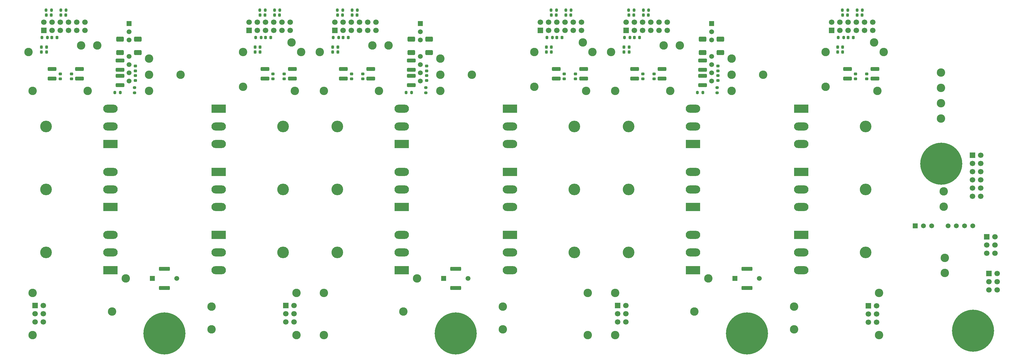
<source format=gbr>
%TF.GenerationSoftware,KiCad,Pcbnew,9.0.1*%
%TF.CreationDate,2025-07-31T04:03:32-05:00*%
%TF.ProjectId,TractionInverter,54726163-7469-46f6-9e49-6e7665727465,rev?*%
%TF.SameCoordinates,Original*%
%TF.FileFunction,Soldermask,Bot*%
%TF.FilePolarity,Negative*%
%FSLAX46Y46*%
G04 Gerber Fmt 4.6, Leading zero omitted, Abs format (unit mm)*
G04 Created by KiCad (PCBNEW 9.0.1) date 2025-07-31 04:03:32*
%MOMM*%
%LPD*%
G01*
G04 APERTURE LIST*
G04 Aperture macros list*
%AMRoundRect*
0 Rectangle with rounded corners*
0 $1 Rounding radius*
0 $2 $3 $4 $5 $6 $7 $8 $9 X,Y pos of 4 corners*
0 Add a 4 corners polygon primitive as box body*
4,1,4,$2,$3,$4,$5,$6,$7,$8,$9,$2,$3,0*
0 Add four circle primitives for the rounded corners*
1,1,$1+$1,$2,$3*
1,1,$1+$1,$4,$5*
1,1,$1+$1,$6,$7*
1,1,$1+$1,$8,$9*
0 Add four rect primitives between the rounded corners*
20,1,$1+$1,$2,$3,$4,$5,0*
20,1,$1+$1,$4,$5,$6,$7,0*
20,1,$1+$1,$6,$7,$8,$9,0*
20,1,$1+$1,$8,$9,$2,$3,0*%
G04 Aperture macros list end*
%ADD10C,2.604000*%
%ADD11C,0.900000*%
%ADD12C,13.000000*%
%ADD13R,1.700000X1.700000*%
%ADD14C,1.700000*%
%ADD15R,1.500000X1.500000*%
%ADD16C,1.500000*%
%ADD17RoundRect,0.250000X-1.425000X0.362500X-1.425000X-0.362500X1.425000X-0.362500X1.425000X0.362500X0*%
%ADD18RoundRect,0.200000X-0.200000X-0.275000X0.200000X-0.275000X0.200000X0.275000X-0.200000X0.275000X0*%
%ADD19RoundRect,0.200000X0.200000X0.275000X-0.200000X0.275000X-0.200000X-0.275000X0.200000X-0.275000X0*%
%ADD20RoundRect,0.200000X-0.275000X0.200000X-0.275000X-0.200000X0.275000X-0.200000X0.275000X0.200000X0*%
%ADD21RoundRect,0.250000X1.100000X-0.325000X1.100000X0.325000X-1.100000X0.325000X-1.100000X-0.325000X0*%
%ADD22RoundRect,0.225000X-0.250000X0.225000X-0.250000X-0.225000X0.250000X-0.225000X0.250000X0.225000X0*%
%ADD23RoundRect,0.225000X0.225000X0.250000X-0.225000X0.250000X-0.225000X-0.250000X0.225000X-0.250000X0*%
%ADD24RoundRect,0.225000X-0.225000X-0.250000X0.225000X-0.250000X0.225000X0.250000X-0.225000X0.250000X0*%
%ADD25RoundRect,0.225000X0.250000X-0.225000X0.250000X0.225000X-0.250000X0.225000X-0.250000X-0.225000X0*%
%ADD26RoundRect,0.250000X-1.100000X0.325000X-1.100000X-0.325000X1.100000X-0.325000X1.100000X0.325000X0*%
%ADD27RoundRect,0.249999X0.900001X-0.525001X0.900001X0.525001X-0.900001X0.525001X-0.900001X-0.525001X0*%
%ADD28O,3.600000X3.600000*%
%ADD29R,4.500000X2.500000*%
%ADD30O,4.500000X2.500000*%
G04 APERTURE END LIST*
D10*
%TO.C,TP20*%
X298700000Y-117720000D03*
%TD*%
%TO.C,TP19*%
X298700000Y-112990000D03*
%TD*%
%TO.C,TP73*%
X297550000Y-65200000D03*
%TD*%
%TO.C,TP71*%
X297550000Y-55740000D03*
%TD*%
%TO.C,TP72*%
X297550000Y-60470000D03*
%TD*%
%TO.C,TP74*%
X297550000Y-69930000D03*
%TD*%
%TO.C,TP2*%
X298370000Y-97160000D03*
%TD*%
%TO.C,TP1*%
X298370000Y-92430000D03*
%TD*%
D11*
%TO.C,J1*%
X302595354Y-135577146D03*
X304023208Y-132130000D03*
X304023208Y-139024292D03*
X307470354Y-130702146D03*
D12*
X307470354Y-135577146D03*
D11*
X307470354Y-140452146D03*
X310917500Y-132130000D03*
X310917500Y-139024292D03*
X312345354Y-135577146D03*
%TD*%
D13*
%TO.C,J18*%
X307330000Y-81250000D03*
D14*
X309870000Y-81250000D03*
X307330000Y-83790000D03*
X309870000Y-83790000D03*
X307330000Y-86330000D03*
X309870000Y-86330000D03*
X307330000Y-88870000D03*
X309870000Y-88870000D03*
X307330000Y-91410000D03*
X309870000Y-91410000D03*
X307330000Y-93950000D03*
X309870000Y-93950000D03*
%TD*%
D13*
%TO.C,J12*%
X312330000Y-117830000D03*
D14*
X314870000Y-117830000D03*
X312330000Y-120370000D03*
X314870000Y-120370000D03*
X312330000Y-122910000D03*
X314870000Y-122910000D03*
%TD*%
D15*
%TO.C,U2*%
X289585000Y-103120000D03*
D16*
X292125000Y-103120000D03*
X294665000Y-103120000D03*
X299745000Y-103120000D03*
X302285000Y-103120000D03*
X304825000Y-103120000D03*
X307365000Y-103120000D03*
%TD*%
D13*
%TO.C,J13*%
X311720000Y-106500000D03*
D14*
X314260000Y-106500000D03*
X311720000Y-109040000D03*
X314260000Y-109040000D03*
X311720000Y-111580000D03*
X314260000Y-111580000D03*
%TD*%
D11*
%TO.C,J2*%
X292797854Y-83922854D03*
X294225708Y-80475708D03*
X294225708Y-87370000D03*
X297672854Y-79047854D03*
D12*
X297672854Y-83922854D03*
D11*
X297672854Y-88797854D03*
X301120000Y-80475708D03*
X301120000Y-87370000D03*
X302547854Y-83922854D03*
%TD*%
D10*
%TO.C,TP30*%
X106893207Y-61360295D03*
%TD*%
%TO.C,TP34*%
X171893207Y-49360295D03*
%TD*%
%TO.C,TP28*%
X142893207Y-56360295D03*
%TD*%
%TO.C,TP29*%
X105643207Y-49360295D03*
%TD*%
%TO.C,TP31*%
X123893207Y-61360295D03*
%TD*%
%TO.C,TP32*%
X126893207Y-47360295D03*
%TD*%
%TO.C,TP27*%
X135643207Y-119360295D03*
%TD*%
%TO.C,TP33*%
X121893207Y-47360295D03*
%TD*%
%TO.C,TP35*%
X152643207Y-56360295D03*
%TD*%
%TO.C,TP36*%
X189893207Y-49360295D03*
%TD*%
%TO.C,TP41*%
X162143207Y-128110295D03*
%TD*%
%TO.C,TP39*%
X187893207Y-61360295D03*
%TD*%
%TO.C,TP40*%
X162143207Y-135110295D03*
%TD*%
%TO.C,TP42*%
X188393207Y-123860295D03*
%TD*%
%TO.C,TP37*%
X186893207Y-46360295D03*
%TD*%
%TO.C,TP47*%
X106893207Y-136860295D03*
%TD*%
%TO.C,TP45*%
X142893207Y-61360295D03*
%TD*%
%TO.C,TP38*%
X171893207Y-60110295D03*
%TD*%
%TO.C,TP48*%
X106893207Y-123860295D03*
%TD*%
%TO.C,TP46*%
X131393207Y-129610295D03*
%TD*%
%TO.C,TP43*%
X188393207Y-136860295D03*
%TD*%
%TO.C,TP44*%
X142893207Y-51360295D03*
%TD*%
D17*
%TO.C,R76*%
X147643207Y-116397795D03*
X147643207Y-122322795D03*
%TD*%
D18*
%TO.C,R82*%
X109793207Y-44885295D03*
X111443207Y-44885295D03*
%TD*%
%TO.C,R85*%
X175833207Y-44885295D03*
X177483207Y-44885295D03*
%TD*%
D19*
%TO.C,R80*%
X117218207Y-36385295D03*
X115568207Y-36385295D03*
%TD*%
D18*
%TO.C,R81*%
X111068207Y-36385295D03*
X112718207Y-36385295D03*
%TD*%
D19*
%TO.C,R83*%
X183258207Y-36385295D03*
X181608207Y-36385295D03*
%TD*%
D18*
%TO.C,R84*%
X177108207Y-36385295D03*
X178758207Y-36385295D03*
%TD*%
D20*
%TO.C,R90*%
X138393207Y-60337795D03*
X138393207Y-61987795D03*
%TD*%
D19*
%TO.C,R91*%
X133948207Y-61912795D03*
X132298207Y-61912795D03*
%TD*%
D15*
%TO.C,U6*%
X136653207Y-40580295D03*
D16*
X136653207Y-43120295D03*
X136653207Y-45660295D03*
X136653207Y-50740295D03*
X136653207Y-53280295D03*
X136653207Y-55820295D03*
X136653207Y-58360295D03*
%TD*%
D21*
%TO.C,C79*%
X112893207Y-57585295D03*
X112893207Y-54635295D03*
%TD*%
D22*
%TO.C,C83*%
X118893207Y-56085295D03*
X118893207Y-57635295D03*
%TD*%
D23*
%TO.C,C81*%
X112668207Y-37885295D03*
X111118207Y-37885295D03*
%TD*%
%TO.C,C76*%
X111168207Y-47860295D03*
X109618207Y-47860295D03*
%TD*%
D24*
%TO.C,C82*%
X112843207Y-44885295D03*
X114393207Y-44885295D03*
%TD*%
D23*
%TO.C,C77*%
X111168207Y-49360295D03*
X109618207Y-49360295D03*
%TD*%
D25*
%TO.C,C78*%
X115393207Y-57635295D03*
X115393207Y-56085295D03*
%TD*%
D23*
%TO.C,C85*%
X177168207Y-47860295D03*
X175618207Y-47860295D03*
%TD*%
D24*
%TO.C,C80*%
X115618207Y-37885295D03*
X117168207Y-37885295D03*
%TD*%
D23*
%TO.C,C86*%
X177168207Y-49360295D03*
X175618207Y-49360295D03*
%TD*%
D26*
%TO.C,C93*%
X187143207Y-54635295D03*
X187143207Y-57585295D03*
%TD*%
D21*
%TO.C,C88*%
X178643207Y-57585295D03*
X178643207Y-54635295D03*
%TD*%
D24*
%TO.C,C89*%
X183208207Y-37885295D03*
X181658207Y-37885295D03*
%TD*%
D26*
%TO.C,C84*%
X121393207Y-54635295D03*
X121393207Y-57585295D03*
%TD*%
D24*
%TO.C,C91*%
X178883207Y-44885295D03*
X180433207Y-44885295D03*
%TD*%
D22*
%TO.C,C92*%
X184643207Y-56085295D03*
X184643207Y-57635295D03*
%TD*%
D25*
%TO.C,C87*%
X181143207Y-57635295D03*
X181143207Y-56085295D03*
%TD*%
D23*
%TO.C,C90*%
X178708207Y-37885295D03*
X177158207Y-37885295D03*
%TD*%
D22*
%TO.C,C105*%
X138643207Y-56637795D03*
X138643207Y-58187795D03*
%TD*%
D26*
%TO.C,C106*%
X133893207Y-56687795D03*
X133893207Y-59637795D03*
%TD*%
D22*
%TO.C,C101*%
X138643207Y-53637795D03*
X138643207Y-55187795D03*
%TD*%
D26*
%TO.C,C102*%
X133893207Y-51937795D03*
X133893207Y-54887795D03*
%TD*%
D27*
%TO.C,C100*%
X133893207Y-49487795D03*
X133893207Y-45337795D03*
%TD*%
%TO.C,C107*%
X139393207Y-49487795D03*
X139393207Y-45337795D03*
%TD*%
D15*
%TO.C,C166*%
X143893207Y-119360295D03*
D16*
X151393207Y-119360295D03*
%TD*%
D28*
%TO.C,Q20*%
X111033207Y-91860295D03*
D29*
X130893207Y-97310295D03*
D30*
X130893207Y-91860295D03*
X130893207Y-86410295D03*
%TD*%
D28*
%TO.C,Q22*%
X184253207Y-72360295D03*
D29*
X164393207Y-66910295D03*
D30*
X164393207Y-72360295D03*
X164393207Y-77810295D03*
%TD*%
D28*
%TO.C,Q19*%
X111033207Y-72360295D03*
D29*
X130893207Y-77810295D03*
D30*
X130893207Y-72360295D03*
X130893207Y-66910295D03*
%TD*%
D28*
%TO.C,Q21*%
X111033207Y-111360295D03*
D29*
X130893207Y-116810295D03*
D30*
X130893207Y-111360295D03*
X130893207Y-105910295D03*
%TD*%
D28*
%TO.C,Q24*%
X184253207Y-111360295D03*
D29*
X164393207Y-105910295D03*
D30*
X164393207Y-111360295D03*
X164393207Y-116810295D03*
%TD*%
D28*
%TO.C,Q23*%
X184253207Y-91860295D03*
D29*
X164393207Y-86410295D03*
D30*
X164393207Y-91860295D03*
X164393207Y-97310295D03*
%TD*%
D11*
%TO.C,J4*%
X142768207Y-136360295D03*
X144196061Y-132913149D03*
X144196061Y-139807441D03*
X147643207Y-131485295D03*
D12*
X147643207Y-136360295D03*
D11*
X147643207Y-141235295D03*
X151090353Y-132913149D03*
X151090353Y-139807441D03*
X152518207Y-136360295D03*
%TD*%
D13*
%TO.C,J11*%
X110293207Y-42635295D03*
D14*
X110293207Y-40095295D03*
X112833207Y-42635295D03*
X112833207Y-40095295D03*
X115373207Y-42635295D03*
X115373207Y-40095295D03*
X117913207Y-42635295D03*
X117913207Y-40095295D03*
X120453207Y-42635295D03*
X120453207Y-40095295D03*
X122993207Y-42635295D03*
X122993207Y-40095295D03*
%TD*%
D13*
%TO.C,J10*%
X173793207Y-42635295D03*
D14*
X173793207Y-40095295D03*
X176333207Y-42635295D03*
X176333207Y-40095295D03*
X178873207Y-42635295D03*
X178873207Y-40095295D03*
X181413207Y-42635295D03*
X181413207Y-40095295D03*
X183953207Y-42635295D03*
X183953207Y-40095295D03*
X186493207Y-42635295D03*
X186493207Y-40095295D03*
%TD*%
D10*
%TO.C,TP53*%
X213893207Y-61360295D03*
%TD*%
%TO.C,TP55*%
X211893207Y-47360295D03*
%TD*%
%TO.C,TP50*%
X232893207Y-56360295D03*
%TD*%
%TO.C,TP51*%
X195643207Y-49360295D03*
%TD*%
%TO.C,TP52*%
X196893207Y-61360295D03*
%TD*%
%TO.C,TP49*%
X225643207Y-119360295D03*
%TD*%
%TO.C,TP54*%
X216893207Y-47360295D03*
%TD*%
%TO.C,TP56*%
X261893207Y-49360295D03*
%TD*%
%TO.C,TP60*%
X261893207Y-60110295D03*
%TD*%
%TO.C,TP66*%
X232893207Y-51360295D03*
%TD*%
%TO.C,TP57*%
X242643207Y-56360295D03*
%TD*%
%TO.C,TP61*%
X277893207Y-61360295D03*
%TD*%
%TO.C,TP63*%
X252143207Y-128110295D03*
%TD*%
%TO.C,TP62*%
X252143207Y-135110295D03*
%TD*%
%TO.C,TP64*%
X278393207Y-123860295D03*
%TD*%
%TO.C,TP58*%
X279893207Y-49360295D03*
%TD*%
%TO.C,TP59*%
X276893207Y-46360295D03*
%TD*%
%TO.C,TP65*%
X278393207Y-136860295D03*
%TD*%
%TO.C,TP67*%
X232893207Y-61360295D03*
%TD*%
%TO.C,TP68*%
X221393207Y-129610295D03*
%TD*%
%TO.C,TP69*%
X196893207Y-136860295D03*
%TD*%
%TO.C,TP70*%
X196893207Y-123860295D03*
%TD*%
D16*
%TO.C,U9*%
X226653207Y-58360295D03*
X226653207Y-55820295D03*
X226653207Y-53280295D03*
X226653207Y-50740295D03*
X226653207Y-45660295D03*
X226653207Y-43120295D03*
D15*
X226653207Y-40580295D03*
%TD*%
D18*
%TO.C,R128*%
X268758207Y-36385295D03*
X267108207Y-36385295D03*
%TD*%
%TO.C,R126*%
X201443207Y-44885295D03*
X199793207Y-44885295D03*
%TD*%
%TO.C,R129*%
X267483207Y-44885295D03*
X265833207Y-44885295D03*
%TD*%
D19*
%TO.C,R124*%
X205568207Y-36385295D03*
X207218207Y-36385295D03*
%TD*%
D18*
%TO.C,R125*%
X202718207Y-36385295D03*
X201068207Y-36385295D03*
%TD*%
D19*
%TO.C,R127*%
X271608207Y-36385295D03*
X273258207Y-36385295D03*
%TD*%
D20*
%TO.C,R134*%
X228393207Y-61987795D03*
X228393207Y-60337795D03*
%TD*%
D19*
%TO.C,R135*%
X222298207Y-61912795D03*
X223948207Y-61912795D03*
%TD*%
D23*
%TO.C,C123*%
X199618207Y-49360295D03*
X201168207Y-49360295D03*
%TD*%
D21*
%TO.C,C125*%
X202893207Y-54635295D03*
X202893207Y-57585295D03*
%TD*%
D23*
%TO.C,C122*%
X199618207Y-47860295D03*
X201168207Y-47860295D03*
%TD*%
D25*
%TO.C,C124*%
X205393207Y-56085295D03*
X205393207Y-57635295D03*
%TD*%
D23*
%TO.C,C127*%
X201118207Y-37885295D03*
X202668207Y-37885295D03*
%TD*%
D24*
%TO.C,C128*%
X204393207Y-44885295D03*
X202843207Y-44885295D03*
%TD*%
D23*
%TO.C,C131*%
X265618207Y-47860295D03*
X267168207Y-47860295D03*
%TD*%
D24*
%TO.C,C135*%
X273208207Y-37885295D03*
X271658207Y-37885295D03*
%TD*%
D22*
%TO.C,C129*%
X208893207Y-57635295D03*
X208893207Y-56085295D03*
%TD*%
D21*
%TO.C,C134*%
X268643207Y-54635295D03*
X268643207Y-57585295D03*
%TD*%
D22*
%TO.C,C138*%
X274643207Y-57635295D03*
X274643207Y-56085295D03*
%TD*%
D23*
%TO.C,C132*%
X265618207Y-49360295D03*
X267168207Y-49360295D03*
%TD*%
D24*
%TO.C,C126*%
X207168207Y-37885295D03*
X205618207Y-37885295D03*
%TD*%
D26*
%TO.C,C130*%
X211393207Y-57585295D03*
X211393207Y-54635295D03*
%TD*%
D24*
%TO.C,C137*%
X270433207Y-44885295D03*
X268883207Y-44885295D03*
%TD*%
D25*
%TO.C,C133*%
X271143207Y-56085295D03*
X271143207Y-57635295D03*
%TD*%
D27*
%TO.C,C146*%
X223893207Y-45337795D03*
X223893207Y-49487795D03*
%TD*%
D23*
%TO.C,C136*%
X267158207Y-37885295D03*
X268708207Y-37885295D03*
%TD*%
D26*
%TO.C,C139*%
X277143207Y-57585295D03*
X277143207Y-54635295D03*
%TD*%
%TO.C,C148*%
X223893207Y-54887795D03*
X223893207Y-51937795D03*
%TD*%
D22*
%TO.C,C147*%
X228643207Y-55187795D03*
X228643207Y-53637795D03*
%TD*%
%TO.C,C151*%
X228643207Y-58187795D03*
X228643207Y-56637795D03*
%TD*%
D26*
%TO.C,C152*%
X223893207Y-59637795D03*
X223893207Y-56687795D03*
%TD*%
D27*
%TO.C,C153*%
X229393207Y-45337795D03*
X229393207Y-49487795D03*
%TD*%
D16*
%TO.C,C179*%
X241393207Y-119360295D03*
D15*
X233893207Y-119360295D03*
%TD*%
D11*
%TO.C,J5*%
X242518207Y-136360295D03*
X241090353Y-139807441D03*
X241090353Y-132913149D03*
X237643207Y-141235295D03*
D12*
X237643207Y-136360295D03*
D11*
X237643207Y-131485295D03*
X234196061Y-139807441D03*
X234196061Y-132913149D03*
X232768207Y-136360295D03*
%TD*%
D14*
%TO.C,J17*%
X277658207Y-132900295D03*
X275118207Y-132900295D03*
X277658207Y-130360295D03*
X275118207Y-130360295D03*
X277658207Y-127820295D03*
D13*
X275118207Y-127820295D03*
%TD*%
D14*
%TO.C,J14*%
X276493207Y-40095295D03*
X276493207Y-42635295D03*
X273953207Y-40095295D03*
X273953207Y-42635295D03*
X271413207Y-40095295D03*
X271413207Y-42635295D03*
X268873207Y-40095295D03*
X268873207Y-42635295D03*
X266333207Y-40095295D03*
X266333207Y-42635295D03*
X263793207Y-40095295D03*
D13*
X263793207Y-42635295D03*
%TD*%
D14*
%TO.C,J15*%
X212993207Y-40095295D03*
X212993207Y-42635295D03*
X210453207Y-40095295D03*
X210453207Y-42635295D03*
X207913207Y-40095295D03*
X207913207Y-42635295D03*
X205373207Y-40095295D03*
X205373207Y-42635295D03*
X202833207Y-40095295D03*
X202833207Y-42635295D03*
X200293207Y-40095295D03*
D13*
X200293207Y-42635295D03*
%TD*%
D14*
%TO.C,J16*%
X200158207Y-132860295D03*
X197618207Y-132860295D03*
X200158207Y-130320295D03*
X197618207Y-130320295D03*
X200158207Y-127780295D03*
D13*
X197618207Y-127780295D03*
%TD*%
D30*
%TO.C,Q36*%
X254393207Y-116810295D03*
X254393207Y-111360295D03*
D29*
X254393207Y-105910295D03*
D28*
X274253207Y-111360295D03*
%TD*%
D30*
%TO.C,Q32*%
X220893207Y-86410295D03*
X220893207Y-91860295D03*
D29*
X220893207Y-97310295D03*
D28*
X201033207Y-91860295D03*
%TD*%
D30*
%TO.C,Q31*%
X220893207Y-66910295D03*
X220893207Y-72360295D03*
D29*
X220893207Y-77810295D03*
D28*
X201033207Y-72360295D03*
%TD*%
D30*
%TO.C,Q35*%
X254393207Y-97310295D03*
X254393207Y-91860295D03*
D29*
X254393207Y-86410295D03*
D28*
X274253207Y-91860295D03*
%TD*%
D30*
%TO.C,Q33*%
X220893207Y-105910295D03*
X220893207Y-111360295D03*
D29*
X220893207Y-116810295D03*
D28*
X201033207Y-111360295D03*
%TD*%
D30*
%TO.C,Q34*%
X254393207Y-77810295D03*
X254393207Y-72360295D03*
D29*
X254393207Y-66910295D03*
D28*
X274253207Y-72360295D03*
%TD*%
D17*
%TO.C,R120*%
X237643207Y-122322795D03*
X237643207Y-116397795D03*
%TD*%
D16*
%TO.C,C1*%
X61393207Y-119360295D03*
D15*
X53893207Y-119360295D03*
%TD*%
D30*
%TO.C,Q8*%
X40893207Y-86410295D03*
X40893207Y-91860295D03*
D29*
X40893207Y-97310295D03*
D28*
X21033207Y-91860295D03*
%TD*%
D30*
%TO.C,Q7*%
X40893207Y-66910295D03*
X40893207Y-72360295D03*
D29*
X40893207Y-77810295D03*
D28*
X21033207Y-72360295D03*
%TD*%
D10*
%TO.C,TP15*%
X72143207Y-135110295D03*
%TD*%
%TO.C,TP16*%
X72143207Y-128110295D03*
%TD*%
%TO.C,TP17*%
X98393207Y-123860295D03*
%TD*%
%TO.C,TP18*%
X98393207Y-136860295D03*
%TD*%
%TO.C,TP23*%
X41393207Y-129610295D03*
%TD*%
%TO.C,TP4*%
X15643207Y-49360295D03*
%TD*%
%TO.C,TP26*%
X45643207Y-119360295D03*
%TD*%
%TO.C,TP24*%
X16893207Y-136860295D03*
%TD*%
%TO.C,TP25*%
X16893207Y-123860295D03*
%TD*%
%TO.C,TP21*%
X52893207Y-51360295D03*
%TD*%
%TO.C,TP22*%
X52893207Y-61360295D03*
%TD*%
%TO.C,TP10*%
X62643207Y-56360295D03*
%TD*%
%TO.C,TP12*%
X96893207Y-46360295D03*
%TD*%
%TO.C,TP11*%
X99893207Y-49360295D03*
%TD*%
%TO.C,TP6*%
X33893207Y-61360295D03*
%TD*%
%TO.C,TP7*%
X36893207Y-47360295D03*
%TD*%
%TO.C,TP8*%
X31893207Y-47360295D03*
%TD*%
%TO.C,TP9*%
X81893207Y-49360295D03*
%TD*%
%TO.C,TP3*%
X52893207Y-56360295D03*
%TD*%
%TO.C,TP5*%
X16893207Y-61360295D03*
%TD*%
%TO.C,TP13*%
X81893207Y-60110295D03*
%TD*%
%TO.C,TP14*%
X97893207Y-61360295D03*
%TD*%
D11*
%TO.C,J3*%
X62518207Y-136360295D03*
X61090353Y-139807441D03*
X61090353Y-132913149D03*
X57643207Y-141235295D03*
D12*
X57643207Y-136360295D03*
D11*
X57643207Y-131485295D03*
X54196061Y-139807441D03*
X54196061Y-132913149D03*
X52768207Y-136360295D03*
%TD*%
D14*
%TO.C,J8*%
X20143207Y-132860295D03*
X17603207Y-132860295D03*
X20143207Y-130320295D03*
X17603207Y-130320295D03*
X20143207Y-127780295D03*
D13*
X17603207Y-127780295D03*
%TD*%
D16*
%TO.C,U3*%
X46653207Y-58360295D03*
X46653207Y-55820295D03*
X46653207Y-53280295D03*
X46653207Y-50740295D03*
X46653207Y-45660295D03*
X46653207Y-43120295D03*
D15*
X46653207Y-40580295D03*
%TD*%
D14*
%TO.C,J6*%
X96493207Y-40095295D03*
X96493207Y-42635295D03*
X93953207Y-40095295D03*
X93953207Y-42635295D03*
X91413207Y-40095295D03*
X91413207Y-42635295D03*
X88873207Y-40095295D03*
X88873207Y-42635295D03*
X86333207Y-40095295D03*
X86333207Y-42635295D03*
X83793207Y-40095295D03*
D13*
X83793207Y-42635295D03*
%TD*%
D14*
%TO.C,J9*%
X97643207Y-132860295D03*
X95103207Y-132860295D03*
X97643207Y-130320295D03*
X95103207Y-130320295D03*
X97643207Y-127780295D03*
D13*
X95103207Y-127780295D03*
%TD*%
D14*
%TO.C,J7*%
X33013207Y-40095295D03*
X33013207Y-42635295D03*
X30473207Y-40095295D03*
X30473207Y-42635295D03*
X27933207Y-40095295D03*
X27933207Y-42635295D03*
X25393207Y-40095295D03*
X25393207Y-42635295D03*
X22853207Y-40095295D03*
X22853207Y-42635295D03*
X20313207Y-40095295D03*
D13*
X20313207Y-42635295D03*
%TD*%
D22*
%TO.C,C30*%
X94643207Y-57635295D03*
X94643207Y-56085295D03*
%TD*%
D23*
%TO.C,C15*%
X19618207Y-49360295D03*
X21168207Y-49360295D03*
%TD*%
D22*
%TO.C,C49*%
X48643207Y-55187795D03*
X48643207Y-53637795D03*
%TD*%
D24*
%TO.C,C18*%
X27168207Y-37885295D03*
X25618207Y-37885295D03*
%TD*%
D27*
%TO.C,C55*%
X49393207Y-45337795D03*
X49393207Y-49487795D03*
%TD*%
D23*
%TO.C,C24*%
X85618207Y-49360295D03*
X87168207Y-49360295D03*
%TD*%
%TO.C,C19*%
X21118207Y-37885295D03*
X22668207Y-37885295D03*
%TD*%
D30*
%TO.C,Q11*%
X74393207Y-97310295D03*
X74393207Y-91860295D03*
D29*
X74393207Y-86410295D03*
D28*
X94253207Y-91860295D03*
%TD*%
D30*
%TO.C,Q10*%
X74393207Y-77810295D03*
X74393207Y-72360295D03*
D29*
X74393207Y-66910295D03*
D28*
X94253207Y-72360295D03*
%TD*%
D30*
%TO.C,Q9*%
X40893207Y-105910295D03*
X40893207Y-111360295D03*
D29*
X40893207Y-116810295D03*
D28*
X21033207Y-111360295D03*
%TD*%
D30*
%TO.C,Q12*%
X74393207Y-116810295D03*
X74393207Y-111360295D03*
D29*
X74393207Y-105910295D03*
D28*
X94253207Y-111360295D03*
%TD*%
D17*
%TO.C,R45*%
X57643207Y-122322795D03*
X57643207Y-116397795D03*
%TD*%
D26*
%TO.C,C31*%
X97143207Y-57585295D03*
X97143207Y-54635295D03*
%TD*%
%TO.C,C22*%
X31393207Y-57585295D03*
X31393207Y-54635295D03*
%TD*%
D21*
%TO.C,C17*%
X22893207Y-54635295D03*
X22893207Y-57585295D03*
%TD*%
D19*
%TO.C,R6*%
X91608207Y-36385295D03*
X93258207Y-36385295D03*
%TD*%
D24*
%TO.C,C29*%
X90433207Y-44885295D03*
X88883207Y-44885295D03*
%TD*%
D26*
%TO.C,C50*%
X43893207Y-54887795D03*
X43893207Y-51937795D03*
%TD*%
D24*
%TO.C,C20*%
X24393207Y-44885295D03*
X22843207Y-44885295D03*
%TD*%
D25*
%TO.C,C16*%
X25393207Y-56085295D03*
X25393207Y-57635295D03*
%TD*%
D18*
%TO.C,R8*%
X87483207Y-44885295D03*
X85833207Y-44885295D03*
%TD*%
D22*
%TO.C,C53*%
X48643207Y-58187795D03*
X48643207Y-56637795D03*
%TD*%
D19*
%TO.C,R40*%
X42298207Y-61912795D03*
X43948207Y-61912795D03*
%TD*%
D22*
%TO.C,C21*%
X28893207Y-57635295D03*
X28893207Y-56085295D03*
%TD*%
D18*
%TO.C,R7*%
X88758207Y-36385295D03*
X87108207Y-36385295D03*
%TD*%
D27*
%TO.C,C48*%
X43893207Y-45337795D03*
X43893207Y-49487795D03*
%TD*%
D25*
%TO.C,C25*%
X91143207Y-56085295D03*
X91143207Y-57635295D03*
%TD*%
D18*
%TO.C,R4*%
X22718207Y-36385295D03*
X21068207Y-36385295D03*
%TD*%
D20*
%TO.C,R39*%
X48393207Y-61987795D03*
X48393207Y-60337795D03*
%TD*%
D19*
%TO.C,R3*%
X25568207Y-36385295D03*
X27218207Y-36385295D03*
%TD*%
D26*
%TO.C,C54*%
X43893207Y-59637795D03*
X43893207Y-56687795D03*
%TD*%
D18*
%TO.C,R5*%
X21443207Y-44885295D03*
X19793207Y-44885295D03*
%TD*%
D24*
%TO.C,C27*%
X93208207Y-37885295D03*
X91658207Y-37885295D03*
%TD*%
D23*
%TO.C,C23*%
X85618207Y-47860295D03*
X87168207Y-47860295D03*
%TD*%
%TO.C,C28*%
X87158207Y-37885295D03*
X88708207Y-37885295D03*
%TD*%
D21*
%TO.C,C26*%
X88643207Y-54635295D03*
X88643207Y-57585295D03*
%TD*%
D23*
%TO.C,C14*%
X19618207Y-47860295D03*
X21168207Y-47860295D03*
%TD*%
M02*

</source>
